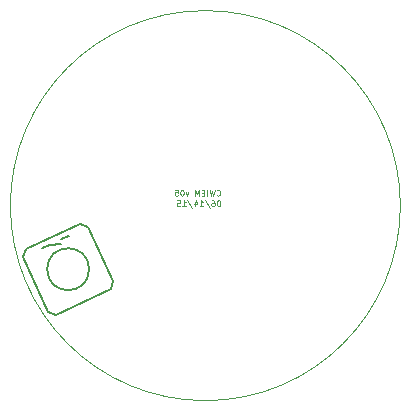
<source format=gbo>
G04 (created by PCBNEW (2013-07-07 BZR 4022)-stable) date 6/15/2015 10:21:50 PM*
%MOIN*%
G04 Gerber Fmt 3.4, Leading zero omitted, Abs format*
%FSLAX34Y34*%
G01*
G70*
G90*
G04 APERTURE LIST*
%ADD10C,0.00590551*%
%ADD11C,0.00492126*%
%ADD12C,0.00393701*%
%ADD13C,0.005*%
G04 APERTURE END LIST*
G54D10*
G54D11*
X78454Y-51822D02*
X78435Y-51822D01*
X78416Y-51832D01*
X78407Y-51841D01*
X78398Y-51860D01*
X78388Y-51897D01*
X78388Y-51944D01*
X78398Y-51982D01*
X78407Y-52000D01*
X78416Y-52010D01*
X78435Y-52019D01*
X78454Y-52019D01*
X78473Y-52010D01*
X78482Y-52000D01*
X78491Y-51982D01*
X78501Y-51944D01*
X78501Y-51897D01*
X78491Y-51860D01*
X78482Y-51841D01*
X78473Y-51832D01*
X78454Y-51822D01*
X78219Y-51822D02*
X78257Y-51822D01*
X78276Y-51832D01*
X78285Y-51841D01*
X78304Y-51869D01*
X78313Y-51907D01*
X78313Y-51982D01*
X78304Y-52000D01*
X78294Y-52010D01*
X78276Y-52019D01*
X78238Y-52019D01*
X78219Y-52010D01*
X78210Y-52000D01*
X78201Y-51982D01*
X78201Y-51935D01*
X78210Y-51916D01*
X78219Y-51907D01*
X78238Y-51897D01*
X78276Y-51897D01*
X78294Y-51907D01*
X78304Y-51916D01*
X78313Y-51935D01*
X77976Y-51813D02*
X78144Y-52066D01*
X77807Y-52019D02*
X77919Y-52019D01*
X77863Y-52019D02*
X77863Y-51822D01*
X77882Y-51850D01*
X77901Y-51869D01*
X77919Y-51879D01*
X77638Y-51888D02*
X77638Y-52019D01*
X77685Y-51813D02*
X77732Y-51954D01*
X77610Y-51954D01*
X77395Y-51813D02*
X77563Y-52066D01*
X77226Y-52019D02*
X77338Y-52019D01*
X77282Y-52019D02*
X77282Y-51822D01*
X77301Y-51850D01*
X77320Y-51869D01*
X77338Y-51879D01*
X77048Y-51822D02*
X77141Y-51822D01*
X77151Y-51916D01*
X77141Y-51907D01*
X77123Y-51897D01*
X77076Y-51897D01*
X77057Y-51907D01*
X77048Y-51916D01*
X77038Y-51935D01*
X77038Y-51982D01*
X77048Y-52000D01*
X77057Y-52010D01*
X77076Y-52019D01*
X77123Y-52019D01*
X77141Y-52010D01*
X77151Y-52000D01*
X78372Y-51650D02*
X78381Y-51660D01*
X78409Y-51669D01*
X78428Y-51669D01*
X78456Y-51660D01*
X78475Y-51641D01*
X78484Y-51622D01*
X78494Y-51585D01*
X78494Y-51557D01*
X78484Y-51519D01*
X78475Y-51500D01*
X78456Y-51482D01*
X78428Y-51472D01*
X78409Y-51472D01*
X78381Y-51482D01*
X78372Y-51491D01*
X78306Y-51472D02*
X78259Y-51669D01*
X78222Y-51529D01*
X78184Y-51669D01*
X78138Y-51472D01*
X78063Y-51669D02*
X78063Y-51472D01*
X77969Y-51566D02*
X77903Y-51566D01*
X77875Y-51669D02*
X77969Y-51669D01*
X77969Y-51472D01*
X77875Y-51472D01*
X77791Y-51669D02*
X77791Y-51472D01*
X77725Y-51613D01*
X77660Y-51472D01*
X77660Y-51669D01*
X77435Y-51538D02*
X77388Y-51669D01*
X77341Y-51538D01*
X77228Y-51472D02*
X77210Y-51472D01*
X77191Y-51482D01*
X77181Y-51491D01*
X77172Y-51510D01*
X77163Y-51547D01*
X77163Y-51594D01*
X77172Y-51632D01*
X77181Y-51650D01*
X77191Y-51660D01*
X77210Y-51669D01*
X77228Y-51669D01*
X77247Y-51660D01*
X77256Y-51650D01*
X77266Y-51632D01*
X77275Y-51594D01*
X77275Y-51547D01*
X77266Y-51510D01*
X77256Y-51491D01*
X77247Y-51482D01*
X77228Y-51472D01*
X76985Y-51472D02*
X77078Y-51472D01*
X77088Y-51566D01*
X77078Y-51557D01*
X77060Y-51547D01*
X77013Y-51547D01*
X76994Y-51557D01*
X76985Y-51566D01*
X76975Y-51585D01*
X76975Y-51632D01*
X76985Y-51650D01*
X76994Y-51660D01*
X77013Y-51669D01*
X77060Y-51669D01*
X77078Y-51660D01*
X77088Y-51650D01*
G54D12*
X84500Y-52000D02*
G75*
G03X84500Y-52000I-6500J0D01*
G74*
G01*
G54D13*
X72821Y-53298D02*
X73201Y-53286D01*
X73455Y-53002D02*
X73183Y-53129D01*
X72549Y-53425D02*
X72821Y-53298D01*
X71914Y-53720D02*
X72760Y-55533D01*
X72760Y-55533D02*
X73025Y-55630D01*
X73025Y-55630D02*
X74838Y-54784D01*
X74838Y-54784D02*
X74935Y-54519D01*
X74935Y-54519D02*
X74089Y-52706D01*
X74089Y-52706D02*
X73824Y-52609D01*
X73824Y-52609D02*
X72011Y-53455D01*
X72011Y-53455D02*
X71914Y-53720D01*
X74124Y-54120D02*
G75*
G03X74124Y-54120I-699J0D01*
G74*
G01*
M02*

</source>
